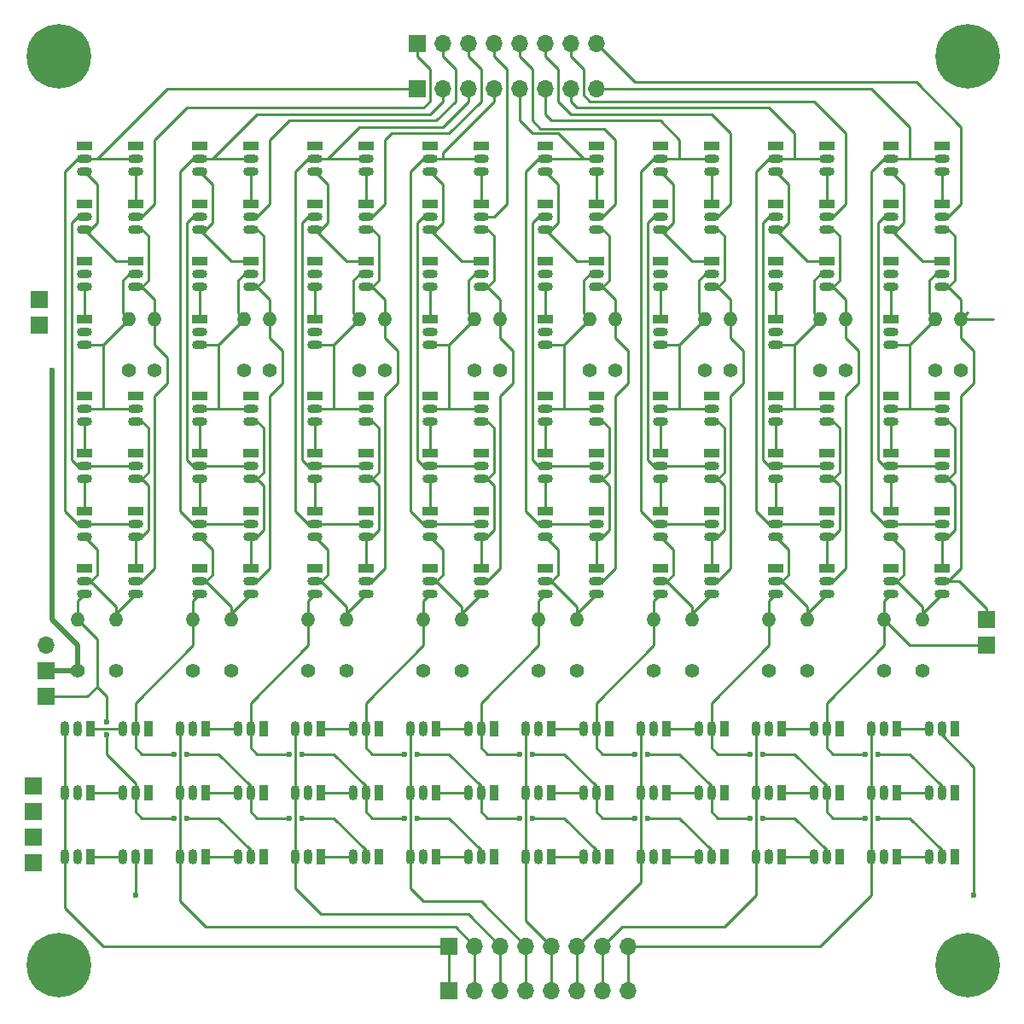
<source format=gbr>
G04 #@! TF.FileFunction,Copper,L1,Top,Signal*
%FSLAX46Y46*%
G04 Gerber Fmt 4.6, Leading zero omitted, Abs format (unit mm)*
G04 Created by KiCad (PCBNEW 4.0.7-e2-6376~61~ubuntu18.04.1) date Sun Jul 14 08:04:14 2019*
%MOMM*%
%LPD*%
G01*
G04 APERTURE LIST*
%ADD10C,0.100000*%
%ADD11R,1.700000X1.700000*%
%ADD12O,1.700000X1.700000*%
%ADD13O,1.500000X0.900000*%
%ADD14R,1.500000X0.900000*%
%ADD15C,1.400000*%
%ADD16O,1.400000X1.400000*%
%ADD17O,0.900000X1.500000*%
%ADD18R,0.900000X1.500000*%
%ADD19C,6.400000*%
%ADD20C,0.600000*%
%ADD21C,0.500000*%
%ADD22C,0.250000*%
G04 APERTURE END LIST*
D10*
D11*
X45085000Y-81280000D03*
D12*
X45085000Y-78740000D03*
D11*
X81915000Y-19050000D03*
D12*
X84455000Y-19050000D03*
X86995000Y-19050000D03*
X89535000Y-19050000D03*
X92075000Y-19050000D03*
X94615000Y-19050000D03*
X97155000Y-19050000D03*
X99695000Y-19050000D03*
D11*
X81915000Y-23495000D03*
D12*
X84455000Y-23495000D03*
X86995000Y-23495000D03*
X89535000Y-23495000D03*
X92075000Y-23495000D03*
X94615000Y-23495000D03*
X97155000Y-23495000D03*
X99695000Y-23495000D03*
D11*
X44450000Y-46990000D03*
X138430000Y-76200000D03*
X44450000Y-44450000D03*
D13*
X48895000Y-47625000D03*
X48895000Y-48895000D03*
D14*
X48895000Y-46355000D03*
D13*
X53975000Y-36195000D03*
X53975000Y-37465000D03*
D14*
X53975000Y-34925000D03*
D13*
X53975000Y-41910000D03*
X53975000Y-43180000D03*
D14*
X53975000Y-40640000D03*
D13*
X48895000Y-66675000D03*
X48895000Y-67945000D03*
D14*
X48895000Y-65405000D03*
D13*
X53975000Y-72390000D03*
X53975000Y-73660000D03*
D14*
X53975000Y-71120000D03*
D13*
X48895000Y-72390000D03*
X48895000Y-73660000D03*
D14*
X48895000Y-71120000D03*
D13*
X48895000Y-41910000D03*
X48895000Y-43180000D03*
D14*
X48895000Y-40640000D03*
D13*
X53975000Y-30480000D03*
X53975000Y-31750000D03*
D14*
X53975000Y-29210000D03*
D13*
X48895000Y-36195000D03*
X48895000Y-37465000D03*
D14*
X48895000Y-34925000D03*
D13*
X48895000Y-30480000D03*
X48895000Y-31750000D03*
D14*
X48895000Y-29210000D03*
D13*
X48895000Y-60960000D03*
X48895000Y-62230000D03*
D14*
X48895000Y-59690000D03*
D13*
X53975000Y-66675000D03*
X53975000Y-67945000D03*
D14*
X53975000Y-65405000D03*
D13*
X53975000Y-60960000D03*
X53975000Y-62230000D03*
D14*
X53975000Y-59690000D03*
D13*
X53975000Y-55245000D03*
X53975000Y-56515000D03*
D14*
X53975000Y-53975000D03*
D13*
X48895000Y-55245000D03*
X48895000Y-56515000D03*
D14*
X48895000Y-53975000D03*
D13*
X60325000Y-47625000D03*
X60325000Y-48895000D03*
D14*
X60325000Y-46355000D03*
D13*
X65405000Y-36195000D03*
X65405000Y-37465000D03*
D14*
X65405000Y-34925000D03*
D13*
X65405000Y-41910000D03*
X65405000Y-43180000D03*
D14*
X65405000Y-40640000D03*
D13*
X60325000Y-66675000D03*
X60325000Y-67945000D03*
D14*
X60325000Y-65405000D03*
D13*
X65405000Y-72390000D03*
X65405000Y-73660000D03*
D14*
X65405000Y-71120000D03*
D13*
X60325000Y-72390000D03*
X60325000Y-73660000D03*
D14*
X60325000Y-71120000D03*
D13*
X60325000Y-41910000D03*
X60325000Y-43180000D03*
D14*
X60325000Y-40640000D03*
D13*
X65405000Y-30480000D03*
X65405000Y-31750000D03*
D14*
X65405000Y-29210000D03*
D13*
X60325000Y-36195000D03*
X60325000Y-37465000D03*
D14*
X60325000Y-34925000D03*
D13*
X60325000Y-30480000D03*
X60325000Y-31750000D03*
D14*
X60325000Y-29210000D03*
D13*
X60325000Y-60960000D03*
X60325000Y-62230000D03*
D14*
X60325000Y-59690000D03*
D13*
X65405000Y-66675000D03*
X65405000Y-67945000D03*
D14*
X65405000Y-65405000D03*
D13*
X65405000Y-60960000D03*
X65405000Y-62230000D03*
D14*
X65405000Y-59690000D03*
D13*
X65405000Y-55245000D03*
X65405000Y-56515000D03*
D14*
X65405000Y-53975000D03*
D13*
X60325000Y-55245000D03*
X60325000Y-56515000D03*
D14*
X60325000Y-53975000D03*
D13*
X71755000Y-47625000D03*
X71755000Y-48895000D03*
D14*
X71755000Y-46355000D03*
D13*
X76835000Y-36195000D03*
X76835000Y-37465000D03*
D14*
X76835000Y-34925000D03*
D13*
X76835000Y-41910000D03*
X76835000Y-43180000D03*
D14*
X76835000Y-40640000D03*
D13*
X71755000Y-66675000D03*
X71755000Y-67945000D03*
D14*
X71755000Y-65405000D03*
D13*
X76835000Y-72390000D03*
X76835000Y-73660000D03*
D14*
X76835000Y-71120000D03*
D13*
X71755000Y-72390000D03*
X71755000Y-73660000D03*
D14*
X71755000Y-71120000D03*
D13*
X71755000Y-41910000D03*
X71755000Y-43180000D03*
D14*
X71755000Y-40640000D03*
D13*
X76835000Y-30480000D03*
X76835000Y-31750000D03*
D14*
X76835000Y-29210000D03*
D13*
X71755000Y-36195000D03*
X71755000Y-37465000D03*
D14*
X71755000Y-34925000D03*
D13*
X71755000Y-30480000D03*
X71755000Y-31750000D03*
D14*
X71755000Y-29210000D03*
D13*
X71755000Y-60960000D03*
X71755000Y-62230000D03*
D14*
X71755000Y-59690000D03*
D13*
X76835000Y-66675000D03*
X76835000Y-67945000D03*
D14*
X76835000Y-65405000D03*
D13*
X76835000Y-60960000D03*
X76835000Y-62230000D03*
D14*
X76835000Y-59690000D03*
D13*
X76835000Y-55245000D03*
X76835000Y-56515000D03*
D14*
X76835000Y-53975000D03*
D13*
X71755000Y-55245000D03*
X71755000Y-56515000D03*
D14*
X71755000Y-53975000D03*
D13*
X83185000Y-47625000D03*
X83185000Y-48895000D03*
D14*
X83185000Y-46355000D03*
D13*
X88265000Y-36195000D03*
X88265000Y-37465000D03*
D14*
X88265000Y-34925000D03*
D13*
X88265000Y-41910000D03*
X88265000Y-43180000D03*
D14*
X88265000Y-40640000D03*
D13*
X83185000Y-66675000D03*
X83185000Y-67945000D03*
D14*
X83185000Y-65405000D03*
D13*
X88265000Y-72390000D03*
X88265000Y-73660000D03*
D14*
X88265000Y-71120000D03*
D13*
X83185000Y-72390000D03*
X83185000Y-73660000D03*
D14*
X83185000Y-71120000D03*
D13*
X83185000Y-41910000D03*
X83185000Y-43180000D03*
D14*
X83185000Y-40640000D03*
D13*
X88265000Y-30480000D03*
X88265000Y-31750000D03*
D14*
X88265000Y-29210000D03*
D13*
X83185000Y-36195000D03*
X83185000Y-37465000D03*
D14*
X83185000Y-34925000D03*
D13*
X83185000Y-30480000D03*
X83185000Y-31750000D03*
D14*
X83185000Y-29210000D03*
D13*
X83185000Y-60960000D03*
X83185000Y-62230000D03*
D14*
X83185000Y-59690000D03*
D13*
X88265000Y-66675000D03*
X88265000Y-67945000D03*
D14*
X88265000Y-65405000D03*
D13*
X88265000Y-60960000D03*
X88265000Y-62230000D03*
D14*
X88265000Y-59690000D03*
D13*
X88265000Y-55245000D03*
X88265000Y-56515000D03*
D14*
X88265000Y-53975000D03*
D13*
X83185000Y-55245000D03*
X83185000Y-56515000D03*
D14*
X83185000Y-53975000D03*
D13*
X94615000Y-47625000D03*
X94615000Y-48895000D03*
D14*
X94615000Y-46355000D03*
D13*
X99695000Y-36195000D03*
X99695000Y-37465000D03*
D14*
X99695000Y-34925000D03*
D13*
X99695000Y-41910000D03*
X99695000Y-43180000D03*
D14*
X99695000Y-40640000D03*
D13*
X94615000Y-66675000D03*
X94615000Y-67945000D03*
D14*
X94615000Y-65405000D03*
D13*
X99695000Y-72390000D03*
X99695000Y-73660000D03*
D14*
X99695000Y-71120000D03*
D13*
X94615000Y-72390000D03*
X94615000Y-73660000D03*
D14*
X94615000Y-71120000D03*
D13*
X94615000Y-41910000D03*
X94615000Y-43180000D03*
D14*
X94615000Y-40640000D03*
D13*
X99695000Y-30480000D03*
X99695000Y-31750000D03*
D14*
X99695000Y-29210000D03*
D13*
X94615000Y-36195000D03*
X94615000Y-37465000D03*
D14*
X94615000Y-34925000D03*
D13*
X94615000Y-30480000D03*
X94615000Y-31750000D03*
D14*
X94615000Y-29210000D03*
D13*
X94615000Y-60960000D03*
X94615000Y-62230000D03*
D14*
X94615000Y-59690000D03*
D13*
X99695000Y-66675000D03*
X99695000Y-67945000D03*
D14*
X99695000Y-65405000D03*
D13*
X99695000Y-60960000D03*
X99695000Y-62230000D03*
D14*
X99695000Y-59690000D03*
D13*
X99695000Y-55245000D03*
X99695000Y-56515000D03*
D14*
X99695000Y-53975000D03*
D13*
X94615000Y-55245000D03*
X94615000Y-56515000D03*
D14*
X94615000Y-53975000D03*
D13*
X106045000Y-47625000D03*
X106045000Y-48895000D03*
D14*
X106045000Y-46355000D03*
D13*
X111125000Y-36195000D03*
X111125000Y-37465000D03*
D14*
X111125000Y-34925000D03*
D13*
X111125000Y-41910000D03*
X111125000Y-43180000D03*
D14*
X111125000Y-40640000D03*
D13*
X106045000Y-66675000D03*
X106045000Y-67945000D03*
D14*
X106045000Y-65405000D03*
D13*
X111125000Y-72390000D03*
X111125000Y-73660000D03*
D14*
X111125000Y-71120000D03*
D13*
X106045000Y-72390000D03*
X106045000Y-73660000D03*
D14*
X106045000Y-71120000D03*
D13*
X106045000Y-41910000D03*
X106045000Y-43180000D03*
D14*
X106045000Y-40640000D03*
D13*
X111125000Y-30480000D03*
X111125000Y-31750000D03*
D14*
X111125000Y-29210000D03*
D13*
X106045000Y-36195000D03*
X106045000Y-37465000D03*
D14*
X106045000Y-34925000D03*
D13*
X106045000Y-30480000D03*
X106045000Y-31750000D03*
D14*
X106045000Y-29210000D03*
D13*
X106045000Y-60960000D03*
X106045000Y-62230000D03*
D14*
X106045000Y-59690000D03*
D13*
X111125000Y-66675000D03*
X111125000Y-67945000D03*
D14*
X111125000Y-65405000D03*
D13*
X111125000Y-60960000D03*
X111125000Y-62230000D03*
D14*
X111125000Y-59690000D03*
D13*
X111125000Y-55245000D03*
X111125000Y-56515000D03*
D14*
X111125000Y-53975000D03*
D13*
X106045000Y-55245000D03*
X106045000Y-56515000D03*
D14*
X106045000Y-53975000D03*
D13*
X117475000Y-47625000D03*
X117475000Y-48895000D03*
D14*
X117475000Y-46355000D03*
D13*
X122555000Y-36195000D03*
X122555000Y-37465000D03*
D14*
X122555000Y-34925000D03*
D13*
X122555000Y-41910000D03*
X122555000Y-43180000D03*
D14*
X122555000Y-40640000D03*
D13*
X117475000Y-66675000D03*
X117475000Y-67945000D03*
D14*
X117475000Y-65405000D03*
D13*
X122555000Y-72390000D03*
X122555000Y-73660000D03*
D14*
X122555000Y-71120000D03*
D13*
X117475000Y-72390000D03*
X117475000Y-73660000D03*
D14*
X117475000Y-71120000D03*
D13*
X117475000Y-41910000D03*
X117475000Y-43180000D03*
D14*
X117475000Y-40640000D03*
D13*
X122555000Y-30480000D03*
X122555000Y-31750000D03*
D14*
X122555000Y-29210000D03*
D13*
X117475000Y-36195000D03*
X117475000Y-37465000D03*
D14*
X117475000Y-34925000D03*
D13*
X117475000Y-30480000D03*
X117475000Y-31750000D03*
D14*
X117475000Y-29210000D03*
D13*
X117475000Y-60960000D03*
X117475000Y-62230000D03*
D14*
X117475000Y-59690000D03*
D13*
X122555000Y-66675000D03*
X122555000Y-67945000D03*
D14*
X122555000Y-65405000D03*
D13*
X122555000Y-60960000D03*
X122555000Y-62230000D03*
D14*
X122555000Y-59690000D03*
D13*
X122555000Y-55245000D03*
X122555000Y-56515000D03*
D14*
X122555000Y-53975000D03*
D13*
X117475000Y-55245000D03*
X117475000Y-56515000D03*
D14*
X117475000Y-53975000D03*
D13*
X128905000Y-47625000D03*
X128905000Y-48895000D03*
D14*
X128905000Y-46355000D03*
D13*
X133985000Y-36195000D03*
X133985000Y-37465000D03*
D14*
X133985000Y-34925000D03*
D13*
X133985000Y-41910000D03*
X133985000Y-43180000D03*
D14*
X133985000Y-40640000D03*
D13*
X128905000Y-66675000D03*
X128905000Y-67945000D03*
D14*
X128905000Y-65405000D03*
D13*
X133985000Y-72390000D03*
X133985000Y-73660000D03*
D14*
X133985000Y-71120000D03*
D13*
X128905000Y-72390000D03*
X128905000Y-73660000D03*
D14*
X128905000Y-71120000D03*
D13*
X128905000Y-41910000D03*
X128905000Y-43180000D03*
D14*
X128905000Y-40640000D03*
D13*
X133985000Y-30480000D03*
X133985000Y-31750000D03*
D14*
X133985000Y-29210000D03*
D13*
X128905000Y-36195000D03*
X128905000Y-37465000D03*
D14*
X128905000Y-34925000D03*
D13*
X128905000Y-30480000D03*
X128905000Y-31750000D03*
D14*
X128905000Y-29210000D03*
D13*
X128905000Y-60960000D03*
X128905000Y-62230000D03*
D14*
X128905000Y-59690000D03*
D13*
X133985000Y-66675000D03*
X133985000Y-67945000D03*
D14*
X133985000Y-65405000D03*
D13*
X133985000Y-60960000D03*
X133985000Y-62230000D03*
D14*
X133985000Y-59690000D03*
D13*
X133985000Y-55245000D03*
X133985000Y-56515000D03*
D14*
X133985000Y-53975000D03*
D13*
X128905000Y-55245000D03*
X128905000Y-56515000D03*
D14*
X128905000Y-53975000D03*
D15*
X53340000Y-51435000D03*
D16*
X53340000Y-46355000D03*
D15*
X55880000Y-51435000D03*
D16*
X55880000Y-46355000D03*
D15*
X52070000Y-81280000D03*
D16*
X52070000Y-76200000D03*
D15*
X48260000Y-81280000D03*
D16*
X48260000Y-76200000D03*
D15*
X64770000Y-51435000D03*
D16*
X64770000Y-46355000D03*
D15*
X67310000Y-51435000D03*
D16*
X67310000Y-46355000D03*
D15*
X63500000Y-81280000D03*
D16*
X63500000Y-76200000D03*
D15*
X59690000Y-81280000D03*
D16*
X59690000Y-76200000D03*
D15*
X76200000Y-51435000D03*
D16*
X76200000Y-46355000D03*
D15*
X78740000Y-51435000D03*
D16*
X78740000Y-46355000D03*
D15*
X74930000Y-81280000D03*
D16*
X74930000Y-76200000D03*
D15*
X71120000Y-81280000D03*
D16*
X71120000Y-76200000D03*
D15*
X87630000Y-51435000D03*
D16*
X87630000Y-46355000D03*
D15*
X90170000Y-51435000D03*
D16*
X90170000Y-46355000D03*
D15*
X86360000Y-81280000D03*
D16*
X86360000Y-76200000D03*
D15*
X82550000Y-81280000D03*
D16*
X82550000Y-76200000D03*
D15*
X99060000Y-51435000D03*
D16*
X99060000Y-46355000D03*
D15*
X101600000Y-51435000D03*
D16*
X101600000Y-46355000D03*
D15*
X97790000Y-81280000D03*
D16*
X97790000Y-76200000D03*
D15*
X93980000Y-81280000D03*
D16*
X93980000Y-76200000D03*
D15*
X110490000Y-51435000D03*
D16*
X110490000Y-46355000D03*
D15*
X113030000Y-51435000D03*
D16*
X113030000Y-46355000D03*
D15*
X109220000Y-81280000D03*
D16*
X109220000Y-76200000D03*
D15*
X105410000Y-81280000D03*
D16*
X105410000Y-76200000D03*
D15*
X121920000Y-51435000D03*
D16*
X121920000Y-46355000D03*
D15*
X124460000Y-51435000D03*
D16*
X124460000Y-46355000D03*
D15*
X120650000Y-81280000D03*
D16*
X120650000Y-76200000D03*
D15*
X116840000Y-81280000D03*
D16*
X116840000Y-76200000D03*
D15*
X133350000Y-51435000D03*
D16*
X133350000Y-46355000D03*
D15*
X135890000Y-51435000D03*
D16*
X135890000Y-46355000D03*
D15*
X132080000Y-81280000D03*
D16*
X132080000Y-76200000D03*
D15*
X128270000Y-81280000D03*
D16*
X128270000Y-76200000D03*
D11*
X45085000Y-83820000D03*
X138430000Y-78740000D03*
X43815000Y-100330000D03*
X43815000Y-97790000D03*
X43815000Y-92710000D03*
X43815000Y-95250000D03*
X85090000Y-108585000D03*
D12*
X87630000Y-108585000D03*
X90170000Y-108585000D03*
X92710000Y-108585000D03*
X95250000Y-108585000D03*
X97790000Y-108585000D03*
X100330000Y-108585000D03*
X102870000Y-108585000D03*
D17*
X48260000Y-99695000D03*
X46990000Y-99695000D03*
D18*
X49530000Y-99695000D03*
D17*
X48260000Y-93345000D03*
X46990000Y-93345000D03*
D18*
X49530000Y-93345000D03*
D17*
X48260000Y-86995000D03*
X46990000Y-86995000D03*
D18*
X49530000Y-86995000D03*
D17*
X53975000Y-99695000D03*
X52705000Y-99695000D03*
D18*
X55245000Y-99695000D03*
D17*
X53975000Y-93345000D03*
X52705000Y-93345000D03*
D18*
X55245000Y-93345000D03*
D17*
X53975000Y-86995000D03*
X52705000Y-86995000D03*
D18*
X55245000Y-86995000D03*
D17*
X59690000Y-99695000D03*
X58420000Y-99695000D03*
D18*
X60960000Y-99695000D03*
D17*
X59690000Y-93345000D03*
X58420000Y-93345000D03*
D18*
X60960000Y-93345000D03*
D17*
X59690000Y-86995000D03*
X58420000Y-86995000D03*
D18*
X60960000Y-86995000D03*
D17*
X65405000Y-99695000D03*
X64135000Y-99695000D03*
D18*
X66675000Y-99695000D03*
D17*
X65405000Y-93345000D03*
X64135000Y-93345000D03*
D18*
X66675000Y-93345000D03*
D17*
X65405000Y-86995000D03*
X64135000Y-86995000D03*
D18*
X66675000Y-86995000D03*
D17*
X71120000Y-99695000D03*
X69850000Y-99695000D03*
D18*
X72390000Y-99695000D03*
D17*
X71120000Y-93345000D03*
X69850000Y-93345000D03*
D18*
X72390000Y-93345000D03*
D17*
X71120000Y-86995000D03*
X69850000Y-86995000D03*
D18*
X72390000Y-86995000D03*
D17*
X76835000Y-99695000D03*
X75565000Y-99695000D03*
D18*
X78105000Y-99695000D03*
D17*
X76835000Y-93345000D03*
X75565000Y-93345000D03*
D18*
X78105000Y-93345000D03*
D17*
X76835000Y-86995000D03*
X75565000Y-86995000D03*
D18*
X78105000Y-86995000D03*
D17*
X82550000Y-99695000D03*
X81280000Y-99695000D03*
D18*
X83820000Y-99695000D03*
D17*
X82550000Y-93345000D03*
X81280000Y-93345000D03*
D18*
X83820000Y-93345000D03*
D17*
X82550000Y-86995000D03*
X81280000Y-86995000D03*
D18*
X83820000Y-86995000D03*
D17*
X88265000Y-99695000D03*
X86995000Y-99695000D03*
D18*
X89535000Y-99695000D03*
D17*
X88265000Y-93345000D03*
X86995000Y-93345000D03*
D18*
X89535000Y-93345000D03*
D17*
X88265000Y-86995000D03*
X86995000Y-86995000D03*
D18*
X89535000Y-86995000D03*
D17*
X93980000Y-99695000D03*
X92710000Y-99695000D03*
D18*
X95250000Y-99695000D03*
D17*
X93980000Y-93345000D03*
X92710000Y-93345000D03*
D18*
X95250000Y-93345000D03*
D17*
X93980000Y-86995000D03*
X92710000Y-86995000D03*
D18*
X95250000Y-86995000D03*
D17*
X99695000Y-99695000D03*
X98425000Y-99695000D03*
D18*
X100965000Y-99695000D03*
D17*
X99695000Y-93345000D03*
X98425000Y-93345000D03*
D18*
X100965000Y-93345000D03*
D17*
X99695000Y-86995000D03*
X98425000Y-86995000D03*
D18*
X100965000Y-86995000D03*
D17*
X105410000Y-99695000D03*
X104140000Y-99695000D03*
D18*
X106680000Y-99695000D03*
D17*
X105410000Y-93345000D03*
X104140000Y-93345000D03*
D18*
X106680000Y-93345000D03*
D17*
X105410000Y-86995000D03*
X104140000Y-86995000D03*
D18*
X106680000Y-86995000D03*
D17*
X111125000Y-99695000D03*
X109855000Y-99695000D03*
D18*
X112395000Y-99695000D03*
D17*
X111125000Y-93345000D03*
X109855000Y-93345000D03*
D18*
X112395000Y-93345000D03*
D17*
X111125000Y-86995000D03*
X109855000Y-86995000D03*
D18*
X112395000Y-86995000D03*
D17*
X116840000Y-99695000D03*
X115570000Y-99695000D03*
D18*
X118110000Y-99695000D03*
D17*
X116840000Y-93345000D03*
X115570000Y-93345000D03*
D18*
X118110000Y-93345000D03*
D17*
X116840000Y-86995000D03*
X115570000Y-86995000D03*
D18*
X118110000Y-86995000D03*
D17*
X122555000Y-99695000D03*
X121285000Y-99695000D03*
D18*
X123825000Y-99695000D03*
D17*
X122555000Y-93345000D03*
X121285000Y-93345000D03*
D18*
X123825000Y-93345000D03*
D17*
X122555000Y-86995000D03*
X121285000Y-86995000D03*
D18*
X123825000Y-86995000D03*
D17*
X128270000Y-99695000D03*
X127000000Y-99695000D03*
D18*
X129540000Y-99695000D03*
D17*
X128270000Y-93345000D03*
X127000000Y-93345000D03*
D18*
X129540000Y-93345000D03*
D17*
X128270000Y-86995000D03*
X127000000Y-86995000D03*
D18*
X129540000Y-86995000D03*
D17*
X133985000Y-99695000D03*
X132715000Y-99695000D03*
D18*
X135255000Y-99695000D03*
D17*
X133985000Y-93345000D03*
X132715000Y-93345000D03*
D18*
X135255000Y-93345000D03*
D17*
X133985000Y-86995000D03*
X132715000Y-86995000D03*
D18*
X135255000Y-86995000D03*
D19*
X46355000Y-20320000D03*
X136525000Y-20320000D03*
X46355000Y-110490000D03*
X136525000Y-110490000D03*
D11*
X85090000Y-113030000D03*
D12*
X87630000Y-113030000D03*
X90170000Y-113030000D03*
X92710000Y-113030000D03*
X95250000Y-113030000D03*
X97790000Y-113030000D03*
X100330000Y-113030000D03*
X102870000Y-113030000D03*
D20*
X45720000Y-51435000D03*
X51117500Y-87630000D03*
X51117500Y-86360000D03*
X57785000Y-95885000D03*
X59055000Y-95885000D03*
X127635000Y-89535000D03*
X126365000Y-89535000D03*
X53975000Y-103505000D03*
X137160000Y-103505000D03*
X70485000Y-95885000D03*
X69215000Y-95885000D03*
X59055000Y-89535000D03*
X57785000Y-89535000D03*
X81915000Y-95885000D03*
X80645000Y-95885000D03*
X70485000Y-89535000D03*
X69215000Y-89535000D03*
X93345000Y-95885000D03*
X92075000Y-95885000D03*
X81915000Y-89535000D03*
X80645000Y-89535000D03*
X104775000Y-95885000D03*
X103505000Y-95885000D03*
X93345000Y-89535000D03*
X92075000Y-89535000D03*
X116205000Y-95885000D03*
X114935000Y-95885000D03*
X104775000Y-89535000D03*
X103505000Y-89535000D03*
X127635000Y-95885000D03*
X126365000Y-95885000D03*
X116205000Y-89535000D03*
X114935000Y-89535000D03*
D21*
X48260000Y-78740000D02*
X45720000Y-76200000D01*
X45720000Y-76200000D02*
X45720000Y-66040000D01*
X48260000Y-81280000D02*
X48260000Y-78740000D01*
X45720000Y-81280000D02*
X48260000Y-81280000D01*
X45720000Y-51435000D02*
X45720000Y-66040000D01*
D22*
X81915000Y-19050000D02*
X81915000Y-20320000D01*
X55880000Y-34925000D02*
X54610000Y-36195000D01*
X55880000Y-28575000D02*
X55880000Y-34925000D01*
X59055000Y-25400000D02*
X55880000Y-28575000D01*
X82550000Y-25400000D02*
X59055000Y-25400000D01*
X83185000Y-24765000D02*
X82550000Y-25400000D01*
X83185000Y-21590000D02*
X83185000Y-24765000D01*
X81915000Y-20320000D02*
X83185000Y-21590000D01*
X54610000Y-36195000D02*
X53975000Y-36195000D01*
X54610000Y-36195000D02*
X53975000Y-36195000D01*
X48895000Y-36195000D02*
X48260000Y-36195000D01*
X48260000Y-36195000D02*
X47625000Y-36830000D01*
X47625000Y-60325000D02*
X48260000Y-60960000D01*
X47625000Y-36830000D02*
X47625000Y-60325000D01*
X48260000Y-60960000D02*
X48895000Y-60960000D01*
X48895000Y-60960000D02*
X53975000Y-60960000D01*
X84455000Y-19050000D02*
X84455000Y-20320000D01*
X67310000Y-34925000D02*
X66040000Y-36195000D01*
X67310000Y-28575000D02*
X67310000Y-34925000D01*
X69215000Y-26670000D02*
X67310000Y-28575000D01*
X83820000Y-26670000D02*
X69215000Y-26670000D01*
X85725000Y-24765000D02*
X83820000Y-26670000D01*
X85725000Y-21590000D02*
X85725000Y-24765000D01*
X84455000Y-20320000D02*
X85725000Y-21590000D01*
X66040000Y-36195000D02*
X65405000Y-36195000D01*
X66040000Y-36195000D02*
X65405000Y-36195000D01*
X60325000Y-60960000D02*
X65405000Y-60960000D01*
X60325000Y-36195000D02*
X59690000Y-36195000D01*
X59690000Y-36195000D02*
X59055000Y-36830000D01*
X59055000Y-60325000D02*
X59690000Y-60960000D01*
X59055000Y-36830000D02*
X59055000Y-60325000D01*
X59690000Y-60960000D02*
X60325000Y-60960000D01*
X86995000Y-19050000D02*
X86995000Y-20320000D01*
X78740000Y-34925000D02*
X77470000Y-36195000D01*
X78740000Y-28575000D02*
X78740000Y-34925000D01*
X79375000Y-27940000D02*
X78740000Y-28575000D01*
X85090000Y-27940000D02*
X79375000Y-27940000D01*
X88265000Y-24765000D02*
X85090000Y-27940000D01*
X88265000Y-21590000D02*
X88265000Y-24765000D01*
X86995000Y-20320000D02*
X88265000Y-21590000D01*
X77470000Y-36195000D02*
X76835000Y-36195000D01*
X77470000Y-36195000D02*
X76835000Y-36195000D01*
X71755000Y-60960000D02*
X76835000Y-60960000D01*
X71755000Y-36195000D02*
X71120000Y-36195000D01*
X71120000Y-36195000D02*
X70485000Y-36830000D01*
X70485000Y-60325000D02*
X71120000Y-60960000D01*
X70485000Y-36830000D02*
X70485000Y-60325000D01*
X71120000Y-60960000D02*
X71755000Y-60960000D01*
X89535000Y-19050000D02*
X89535000Y-20320000D01*
X89535000Y-36195000D02*
X88265000Y-36195000D01*
X90805000Y-34925000D02*
X89535000Y-36195000D01*
X90805000Y-21590000D02*
X90805000Y-34925000D01*
X89535000Y-20320000D02*
X90805000Y-21590000D01*
X83185000Y-36195000D02*
X82550000Y-36195000D01*
X82550000Y-36195000D02*
X81915000Y-36830000D01*
X81915000Y-60325000D02*
X82550000Y-60960000D01*
X81915000Y-36830000D02*
X81915000Y-60325000D01*
X82550000Y-60960000D02*
X83185000Y-60960000D01*
X83185000Y-60960000D02*
X88265000Y-60960000D01*
X92075000Y-19050000D02*
X92075000Y-20320000D01*
X101600000Y-34925000D02*
X100330000Y-36195000D01*
X101600000Y-28575000D02*
X101600000Y-34925000D01*
X100514998Y-27489998D02*
X101600000Y-28575000D01*
X94164998Y-27489998D02*
X100514998Y-27489998D01*
X93345000Y-26670000D02*
X94164998Y-27489998D01*
X93345000Y-21590000D02*
X93345000Y-26670000D01*
X92075000Y-20320000D02*
X93345000Y-21590000D01*
X100330000Y-36195000D02*
X99695000Y-36195000D01*
X94615000Y-36195000D02*
X93980000Y-36195000D01*
X93980000Y-36195000D02*
X93345000Y-36830000D01*
X93345000Y-60325000D02*
X93980000Y-60960000D01*
X93345000Y-36830000D02*
X93345000Y-60325000D01*
X93980000Y-60960000D02*
X94615000Y-60960000D01*
X94615000Y-60960000D02*
X99695000Y-60960000D01*
X94615000Y-19050000D02*
X94615000Y-20320000D01*
X113030000Y-34925000D02*
X111760000Y-36195000D01*
X113030000Y-27940000D02*
X113030000Y-34925000D01*
X111125000Y-26035000D02*
X113030000Y-27940000D01*
X97155000Y-26035000D02*
X111125000Y-26035000D01*
X95885000Y-24765000D02*
X97155000Y-26035000D01*
X95885000Y-21590000D02*
X95885000Y-24765000D01*
X94615000Y-20320000D02*
X95885000Y-21590000D01*
X111760000Y-36195000D02*
X111125000Y-36195000D01*
X106045000Y-60960000D02*
X111125000Y-60960000D01*
X106045000Y-36195000D02*
X105410000Y-36195000D01*
X105410000Y-36195000D02*
X104775000Y-36830000D01*
X104775000Y-60325000D02*
X105410000Y-60960000D01*
X104775000Y-36830000D02*
X104775000Y-60325000D01*
X105410000Y-60960000D02*
X106045000Y-60960000D01*
X97155000Y-19050000D02*
X97155000Y-20320000D01*
X124460000Y-34925000D02*
X123190000Y-36195000D01*
X124460000Y-27940000D02*
X124460000Y-34925000D01*
X121285000Y-24765000D02*
X124460000Y-27940000D01*
X99060000Y-24765000D02*
X121285000Y-24765000D01*
X98425000Y-24130000D02*
X99060000Y-24765000D01*
X98425000Y-21590000D02*
X98425000Y-24130000D01*
X97155000Y-20320000D02*
X98425000Y-21590000D01*
X123190000Y-36195000D02*
X122555000Y-36195000D01*
X117475000Y-36195000D02*
X116840000Y-36195000D01*
X116840000Y-36195000D02*
X116205000Y-36830000D01*
X116205000Y-36830000D02*
X116205000Y-60325000D01*
X116205000Y-60325000D02*
X116840000Y-60960000D01*
X116840000Y-60960000D02*
X117475000Y-60960000D01*
X117475000Y-60960000D02*
X122555000Y-60960000D01*
X99695000Y-19050000D02*
X103505000Y-22860000D01*
X135890000Y-34925000D02*
X134620000Y-36195000D01*
X135890000Y-27305000D02*
X135890000Y-34925000D01*
X131445000Y-22860000D02*
X135890000Y-27305000D01*
X129540000Y-22860000D02*
X131445000Y-22860000D01*
X103505000Y-22860000D02*
X129540000Y-22860000D01*
X134620000Y-36195000D02*
X133985000Y-36195000D01*
X128905000Y-36195000D02*
X128270000Y-36195000D01*
X128270000Y-36195000D02*
X127635000Y-36830000D01*
X127635000Y-60325000D02*
X128270000Y-60960000D01*
X127635000Y-36830000D02*
X127635000Y-60325000D01*
X128270000Y-60960000D02*
X128905000Y-60960000D01*
X128905000Y-60960000D02*
X133985000Y-60960000D01*
X81915000Y-23495000D02*
X57150000Y-23495000D01*
X57150000Y-23495000D02*
X50165000Y-30480000D01*
X48895000Y-30480000D02*
X48260000Y-30480000D01*
X48260000Y-30480000D02*
X46990000Y-31750000D01*
X46990000Y-65405000D02*
X48260000Y-66675000D01*
X46990000Y-31750000D02*
X46990000Y-65405000D01*
X48260000Y-66675000D02*
X48895000Y-66675000D01*
X48895000Y-66675000D02*
X53975000Y-66675000D01*
X48895000Y-30480000D02*
X50165000Y-30480000D01*
X50165000Y-30480000D02*
X53975000Y-30480000D01*
X84455000Y-23495000D02*
X84455000Y-24765000D01*
X66040000Y-26035000D02*
X61595000Y-30480000D01*
X83185000Y-26035000D02*
X66040000Y-26035000D01*
X84455000Y-24765000D02*
X83185000Y-26035000D01*
X60325000Y-66675000D02*
X65405000Y-66675000D01*
X60325000Y-66675000D02*
X59690000Y-66675000D01*
X59690000Y-66675000D02*
X58420000Y-65405000D01*
X58420000Y-65405000D02*
X58420000Y-31750000D01*
X58420000Y-31750000D02*
X59690000Y-30480000D01*
X59690000Y-30480000D02*
X60325000Y-30480000D01*
X60325000Y-30480000D02*
X61595000Y-30480000D01*
X61595000Y-30480000D02*
X65405000Y-30480000D01*
X86995000Y-23495000D02*
X86995000Y-24765000D01*
X76200000Y-27305000D02*
X73025000Y-30480000D01*
X84455000Y-27305000D02*
X76200000Y-27305000D01*
X86995000Y-24765000D02*
X84455000Y-27305000D01*
X71755000Y-30480000D02*
X71120000Y-30480000D01*
X71120000Y-30480000D02*
X69850000Y-31750000D01*
X69850000Y-65405000D02*
X71120000Y-66675000D01*
X69850000Y-31750000D02*
X69850000Y-65405000D01*
X71120000Y-66675000D02*
X71755000Y-66675000D01*
X71755000Y-66675000D02*
X76835000Y-66675000D01*
X71755000Y-30480000D02*
X73025000Y-30480000D01*
X73025000Y-30480000D02*
X76835000Y-30480000D01*
X89535000Y-23495000D02*
X89535000Y-24765000D01*
X84455000Y-29845000D02*
X84455000Y-30480000D01*
X89535000Y-24765000D02*
X84455000Y-29845000D01*
X83185000Y-66675000D02*
X82550000Y-66675000D01*
X82550000Y-66675000D02*
X81280000Y-65405000D01*
X81280000Y-31750000D02*
X82550000Y-30480000D01*
X81280000Y-65405000D02*
X81280000Y-31750000D01*
X82550000Y-30480000D02*
X83185000Y-30480000D01*
X83185000Y-66675000D02*
X88265000Y-66675000D01*
X83185000Y-30480000D02*
X84455000Y-30480000D01*
X84455000Y-30480000D02*
X88265000Y-30480000D01*
X92075000Y-23495000D02*
X92075000Y-26670000D01*
X95885000Y-27940000D02*
X98425000Y-30480000D01*
X93345000Y-27940000D02*
X95885000Y-27940000D01*
X92075000Y-26670000D02*
X93345000Y-27940000D01*
X94615000Y-66675000D02*
X93980000Y-66675000D01*
X93980000Y-66675000D02*
X92710000Y-65405000D01*
X92710000Y-31750000D02*
X93980000Y-30480000D01*
X92710000Y-65405000D02*
X92710000Y-31750000D01*
X93980000Y-30480000D02*
X94615000Y-30480000D01*
X94615000Y-66675000D02*
X99695000Y-66675000D01*
X94615000Y-30480000D02*
X98425000Y-30480000D01*
X98425000Y-30480000D02*
X99695000Y-30480000D01*
X104140000Y-65405000D02*
X104140000Y-31750000D01*
X105410000Y-66675000D02*
X104140000Y-65405000D01*
X104140000Y-31750000D02*
X105410000Y-30480000D01*
X105410000Y-66675000D02*
X111125000Y-66675000D01*
X94615000Y-23495000D02*
X94615000Y-26035000D01*
X107950000Y-28575000D02*
X107950000Y-30480000D01*
X106045000Y-26670000D02*
X107950000Y-28575000D01*
X104775000Y-26670000D02*
X106045000Y-26670000D01*
X97790000Y-26670000D02*
X104775000Y-26670000D01*
X95250000Y-26670000D02*
X97790000Y-26670000D01*
X94615000Y-26035000D02*
X95250000Y-26670000D01*
X106045000Y-30480000D02*
X105410000Y-30480000D01*
X106045000Y-30480000D02*
X107950000Y-30480000D01*
X107950000Y-30480000D02*
X111125000Y-30480000D01*
X97155000Y-23495000D02*
X97155000Y-24765000D01*
X119380000Y-27940000D02*
X119380000Y-30480000D01*
X116840000Y-25400000D02*
X119380000Y-27940000D01*
X101600000Y-25400000D02*
X116840000Y-25400000D01*
X97790000Y-25400000D02*
X101600000Y-25400000D01*
X97155000Y-24765000D02*
X97790000Y-25400000D01*
X117475000Y-30480000D02*
X119380000Y-30480000D01*
X119380000Y-30480000D02*
X122555000Y-30480000D01*
X117475000Y-66675000D02*
X116840000Y-66675000D01*
X116840000Y-66675000D02*
X115570000Y-65405000D01*
X115570000Y-31750000D02*
X116840000Y-30480000D01*
X115570000Y-65405000D02*
X115570000Y-31750000D01*
X116840000Y-30480000D02*
X117475000Y-30480000D01*
X117475000Y-66675000D02*
X122555000Y-66675000D01*
X99695000Y-23495000D02*
X127000000Y-23495000D01*
X130810000Y-27305000D02*
X130810000Y-30480000D01*
X127000000Y-23495000D02*
X130810000Y-27305000D01*
X128905000Y-66675000D02*
X128270000Y-66675000D01*
X128270000Y-66675000D02*
X127000000Y-65405000D01*
X127000000Y-31750000D02*
X128270000Y-30480000D01*
X127000000Y-65405000D02*
X127000000Y-31750000D01*
X128270000Y-30480000D02*
X128905000Y-30480000D01*
X128905000Y-66675000D02*
X133985000Y-66675000D01*
X128905000Y-30480000D02*
X130810000Y-30480000D01*
X130810000Y-30480000D02*
X133985000Y-30480000D01*
X133985000Y-72390000D02*
X135720000Y-72390000D01*
X135720000Y-72390000D02*
X138430000Y-75100000D01*
X138430000Y-75100000D02*
X138430000Y-76200000D01*
X135890000Y-46355000D02*
X136589999Y-45655001D01*
X135890000Y-46355000D02*
X139065000Y-46355000D01*
X133985000Y-72390000D02*
X134620000Y-72390000D01*
X134620000Y-72390000D02*
X135890000Y-71120000D01*
X135890000Y-71120000D02*
X135890000Y-53975000D01*
X135890000Y-53975000D02*
X137160000Y-52705000D01*
X137160000Y-52705000D02*
X137160000Y-49530000D01*
X137160000Y-49530000D02*
X135890000Y-48260000D01*
X135890000Y-48260000D02*
X135890000Y-46355000D01*
X133985000Y-43180000D02*
X134620000Y-43180000D01*
X134620000Y-43180000D02*
X135890000Y-44450000D01*
X135890000Y-44450000D02*
X135890000Y-46355000D01*
X133985000Y-37465000D02*
X134620000Y-37465000D01*
X134620000Y-37465000D02*
X135255000Y-38100000D01*
X135255000Y-42545000D02*
X134620000Y-43180000D01*
X135255000Y-38100000D02*
X135255000Y-42545000D01*
X53975000Y-41910000D02*
X53340000Y-41910000D01*
X53340000Y-41910000D02*
X52705000Y-42545000D01*
X52705000Y-42545000D02*
X52705000Y-45720000D01*
X52705000Y-45720000D02*
X53340000Y-46355000D01*
X50800000Y-48895000D02*
X50800000Y-55245000D01*
X53340000Y-46355000D02*
X50800000Y-48895000D01*
X50800000Y-48895000D02*
X48895000Y-48895000D01*
X53975000Y-55245000D02*
X50800000Y-55245000D01*
X50800000Y-55245000D02*
X48895000Y-55245000D01*
X48895000Y-43180000D02*
X48895000Y-46355000D01*
X55880000Y-46355000D02*
X55880000Y-48895000D01*
X55880000Y-71120000D02*
X54610000Y-72390000D01*
X55880000Y-53975000D02*
X55880000Y-71120000D01*
X57150000Y-52705000D02*
X55880000Y-53975000D01*
X57150000Y-50165000D02*
X57150000Y-52705000D01*
X55880000Y-48895000D02*
X57150000Y-50165000D01*
X54610000Y-72390000D02*
X53975000Y-72390000D01*
X55880000Y-46355000D02*
X55880000Y-44450000D01*
X55880000Y-44450000D02*
X54610000Y-43180000D01*
X54610000Y-43180000D02*
X53975000Y-43180000D01*
X54610000Y-43180000D02*
X53975000Y-43180000D01*
X53975000Y-37465000D02*
X54610000Y-37465000D01*
X54610000Y-37465000D02*
X55245000Y-38100000D01*
X55245000Y-42545000D02*
X54610000Y-43180000D01*
X55245000Y-38100000D02*
X55245000Y-42545000D01*
X53975000Y-34925000D02*
X53975000Y-31750000D01*
X48895000Y-37465000D02*
X49530000Y-37465000D01*
X49530000Y-37465000D02*
X50165000Y-36830000D01*
X50165000Y-33020000D02*
X48895000Y-31750000D01*
X50165000Y-36830000D02*
X50165000Y-33020000D01*
X48895000Y-37465000D02*
X52070000Y-40640000D01*
X52070000Y-40640000D02*
X53975000Y-40640000D01*
X48895000Y-72390000D02*
X49530000Y-72390000D01*
X49530000Y-72390000D02*
X50165000Y-71755000D01*
X50165000Y-69215000D02*
X48895000Y-67945000D01*
X50165000Y-71755000D02*
X50165000Y-69215000D01*
X52070000Y-76200000D02*
X52070000Y-74930000D01*
X52070000Y-74930000D02*
X49530000Y-72390000D01*
X52070000Y-76200000D02*
X52070000Y-75565000D01*
X52070000Y-75565000D02*
X53975000Y-73660000D01*
X48895000Y-62230000D02*
X48895000Y-65405000D01*
X53975000Y-62230000D02*
X54610000Y-62230000D01*
X54610000Y-62230000D02*
X55245000Y-62865000D01*
X55245000Y-67310000D02*
X54610000Y-67945000D01*
X55245000Y-62865000D02*
X55245000Y-67310000D01*
X54610000Y-67945000D02*
X53975000Y-67945000D01*
X53975000Y-56515000D02*
X54610000Y-56515000D01*
X54610000Y-56515000D02*
X55245000Y-57150000D01*
X55245000Y-61595000D02*
X54610000Y-62230000D01*
X55245000Y-57150000D02*
X55245000Y-61595000D01*
X53975000Y-71120000D02*
X53975000Y-67945000D01*
X48895000Y-56515000D02*
X48895000Y-59690000D01*
X62230000Y-48895000D02*
X62230000Y-55245000D01*
X60325000Y-48895000D02*
X62230000Y-48895000D01*
X62230000Y-48895000D02*
X64770000Y-46355000D01*
X60325000Y-55245000D02*
X62230000Y-55245000D01*
X62230000Y-55245000D02*
X65405000Y-55245000D01*
X65405000Y-41910000D02*
X64770000Y-41910000D01*
X64770000Y-41910000D02*
X64135000Y-42545000D01*
X64135000Y-42545000D02*
X64135000Y-45720000D01*
X64135000Y-45720000D02*
X64770000Y-46355000D01*
X60325000Y-43180000D02*
X60325000Y-46355000D01*
X67310000Y-46355000D02*
X67310000Y-48260000D01*
X67310000Y-71120000D02*
X66040000Y-72390000D01*
X67310000Y-53975000D02*
X67310000Y-71120000D01*
X68580000Y-52705000D02*
X67310000Y-53975000D01*
X68580000Y-49530000D02*
X68580000Y-52705000D01*
X67310000Y-48260000D02*
X68580000Y-49530000D01*
X66040000Y-72390000D02*
X65405000Y-72390000D01*
X65405000Y-43180000D02*
X66040000Y-43180000D01*
X66040000Y-43180000D02*
X66675000Y-42545000D01*
X66675000Y-38100000D02*
X66040000Y-37465000D01*
X66675000Y-42545000D02*
X66675000Y-38100000D01*
X66040000Y-37465000D02*
X65405000Y-37465000D01*
X67310000Y-46355000D02*
X67310000Y-44450000D01*
X67310000Y-44450000D02*
X66040000Y-43180000D01*
X65405000Y-31750000D02*
X65405000Y-34925000D01*
X60325000Y-31750000D02*
X61595000Y-33020000D01*
X61595000Y-36830000D02*
X60960000Y-37465000D01*
X61595000Y-33020000D02*
X61595000Y-36830000D01*
X60960000Y-37465000D02*
X60325000Y-37465000D01*
X60325000Y-37465000D02*
X63500000Y-40640000D01*
X63500000Y-40640000D02*
X65405000Y-40640000D01*
X63500000Y-76200000D02*
X63500000Y-75565000D01*
X63500000Y-75565000D02*
X65405000Y-73660000D01*
X63500000Y-76200000D02*
X63500000Y-74930000D01*
X63500000Y-74930000D02*
X60960000Y-72390000D01*
X60960000Y-72390000D02*
X60325000Y-72390000D01*
X60325000Y-67945000D02*
X60960000Y-67945000D01*
X60325000Y-67945000D02*
X61595000Y-69215000D01*
X61595000Y-69215000D02*
X61595000Y-71755000D01*
X61595000Y-71755000D02*
X60960000Y-72390000D01*
X60960000Y-72390000D02*
X60325000Y-72390000D01*
X60325000Y-62230000D02*
X60325000Y-65405000D01*
X65405000Y-62230000D02*
X66040000Y-62230000D01*
X66040000Y-62230000D02*
X66675000Y-61595000D01*
X66675000Y-57150000D02*
X66040000Y-56515000D01*
X66675000Y-61595000D02*
X66675000Y-57150000D01*
X66040000Y-56515000D02*
X65405000Y-56515000D01*
X65405000Y-71120000D02*
X65405000Y-67945000D01*
X65405000Y-67945000D02*
X66040000Y-67945000D01*
X66040000Y-67945000D02*
X66675000Y-67310000D01*
X66675000Y-62865000D02*
X66040000Y-62230000D01*
X66675000Y-67310000D02*
X66675000Y-62865000D01*
X60325000Y-56515000D02*
X60325000Y-59690000D01*
X76200000Y-46355000D02*
X75565000Y-45720000D01*
X75565000Y-42545000D02*
X76200000Y-41910000D01*
X75565000Y-45720000D02*
X75565000Y-42545000D01*
X76200000Y-41910000D02*
X76835000Y-41910000D01*
X73660000Y-48895000D02*
X73660000Y-55245000D01*
X71755000Y-55245000D02*
X73660000Y-55245000D01*
X73660000Y-55245000D02*
X76835000Y-55245000D01*
X76200000Y-46355000D02*
X73660000Y-48895000D01*
X73660000Y-48895000D02*
X71755000Y-48895000D01*
X71755000Y-43180000D02*
X71755000Y-46355000D01*
X78740000Y-46355000D02*
X78740000Y-48260000D01*
X78740000Y-71120000D02*
X77470000Y-72390000D01*
X78740000Y-53975000D02*
X78740000Y-71120000D01*
X80010000Y-52705000D02*
X78740000Y-53975000D01*
X80010000Y-49530000D02*
X80010000Y-52705000D01*
X78740000Y-48260000D02*
X80010000Y-49530000D01*
X77470000Y-72390000D02*
X76835000Y-72390000D01*
X76835000Y-43180000D02*
X77470000Y-43180000D01*
X77470000Y-43180000D02*
X78740000Y-44450000D01*
X78740000Y-44450000D02*
X78740000Y-46355000D01*
X76835000Y-37465000D02*
X77470000Y-37465000D01*
X77470000Y-37465000D02*
X78105000Y-38100000D01*
X78105000Y-42545000D02*
X77470000Y-43180000D01*
X78105000Y-38100000D02*
X78105000Y-42545000D01*
X76835000Y-31750000D02*
X76835000Y-34925000D01*
X71755000Y-37465000D02*
X74930000Y-40640000D01*
X74930000Y-40640000D02*
X76835000Y-40640000D01*
X71755000Y-31750000D02*
X73025000Y-33020000D01*
X73025000Y-36830000D02*
X72390000Y-37465000D01*
X73025000Y-36195000D02*
X73025000Y-36830000D01*
X73025000Y-33020000D02*
X73025000Y-36195000D01*
X72390000Y-37465000D02*
X71755000Y-37465000D01*
X74930000Y-76200000D02*
X74930000Y-75565000D01*
X74930000Y-75565000D02*
X76835000Y-73660000D01*
X71755000Y-72390000D02*
X72390000Y-72390000D01*
X72390000Y-72390000D02*
X74930000Y-74930000D01*
X74930000Y-74930000D02*
X74930000Y-76200000D01*
X71755000Y-67945000D02*
X73025000Y-69215000D01*
X73025000Y-69215000D02*
X73025000Y-71755000D01*
X73025000Y-71755000D02*
X72390000Y-72390000D01*
X71755000Y-62230000D02*
X71755000Y-65405000D01*
X76835000Y-62230000D02*
X77470000Y-62230000D01*
X77470000Y-62230000D02*
X78105000Y-61595000D01*
X78105000Y-57150000D02*
X77470000Y-56515000D01*
X78105000Y-61595000D02*
X78105000Y-57150000D01*
X77470000Y-56515000D02*
X76835000Y-56515000D01*
X76835000Y-67945000D02*
X77470000Y-67945000D01*
X77470000Y-67945000D02*
X78105000Y-67310000D01*
X78105000Y-67310000D02*
X78105000Y-63500000D01*
X78105000Y-63500000D02*
X78105000Y-62865000D01*
X78105000Y-62865000D02*
X77470000Y-62230000D01*
X76835000Y-67945000D02*
X76835000Y-71120000D01*
X71755000Y-56515000D02*
X71755000Y-59690000D01*
X85090000Y-48895000D02*
X85090000Y-55245000D01*
X83185000Y-48895000D02*
X84455000Y-48895000D01*
X85090000Y-48895000D02*
X87630000Y-46355000D01*
X84455000Y-48895000D02*
X85090000Y-48895000D01*
X83185000Y-55245000D02*
X85090000Y-55245000D01*
X85090000Y-55245000D02*
X88265000Y-55245000D01*
X87630000Y-46355000D02*
X86995000Y-45720000D01*
X86995000Y-42545000D02*
X87630000Y-41910000D01*
X86995000Y-45720000D02*
X86995000Y-42545000D01*
X87630000Y-41910000D02*
X88265000Y-41910000D01*
X83185000Y-43180000D02*
X83185000Y-46355000D01*
X88265000Y-72390000D02*
X88900000Y-72390000D01*
X88900000Y-72390000D02*
X90170000Y-71120000D01*
X90170000Y-71120000D02*
X90170000Y-53975000D01*
X90170000Y-53975000D02*
X91440000Y-52705000D01*
X91440000Y-52705000D02*
X91440000Y-49530000D01*
X91440000Y-49530000D02*
X90170000Y-48260000D01*
X90170000Y-48260000D02*
X90170000Y-46355000D01*
X88265000Y-43180000D02*
X88900000Y-43180000D01*
X88900000Y-43180000D02*
X89535000Y-42545000D01*
X89535000Y-38100000D02*
X88900000Y-37465000D01*
X89535000Y-38735000D02*
X89535000Y-38100000D01*
X89535000Y-42545000D02*
X89535000Y-38735000D01*
X88900000Y-37465000D02*
X88265000Y-37465000D01*
X88900000Y-43180000D02*
X90170000Y-44450000D01*
X90170000Y-44450000D02*
X90170000Y-46355000D01*
X88265000Y-31750000D02*
X88265000Y-34925000D01*
X83185000Y-37465000D02*
X83820000Y-37465000D01*
X83820000Y-37465000D02*
X84455000Y-36830000D01*
X84455000Y-33020000D02*
X83185000Y-31750000D01*
X84455000Y-36830000D02*
X84455000Y-33020000D01*
X83185000Y-37465000D02*
X86360000Y-40640000D01*
X86360000Y-40640000D02*
X88265000Y-40640000D01*
X86360000Y-76200000D02*
X86360000Y-75565000D01*
X86360000Y-75565000D02*
X88265000Y-73660000D01*
X86360000Y-76200000D02*
X86360000Y-74930000D01*
X86360000Y-74930000D02*
X83820000Y-72390000D01*
X83820000Y-72390000D02*
X83185000Y-72390000D01*
X83185000Y-67945000D02*
X84455000Y-69215000D01*
X84455000Y-71755000D02*
X83820000Y-72390000D01*
X84455000Y-69215000D02*
X84455000Y-71755000D01*
X83820000Y-72390000D02*
X83185000Y-72390000D01*
X83185000Y-62230000D02*
X83185000Y-65405000D01*
X88265000Y-62230000D02*
X88900000Y-62230000D01*
X88900000Y-62230000D02*
X89535000Y-61595000D01*
X89535000Y-57150000D02*
X88900000Y-56515000D01*
X89535000Y-61595000D02*
X89535000Y-57150000D01*
X88900000Y-56515000D02*
X88265000Y-56515000D01*
X88265000Y-67945000D02*
X88900000Y-67945000D01*
X88900000Y-67945000D02*
X89535000Y-67310000D01*
X89535000Y-67310000D02*
X89535000Y-62865000D01*
X89535000Y-62865000D02*
X88900000Y-62230000D01*
X88265000Y-67945000D02*
X88265000Y-71120000D01*
X83185000Y-56515000D02*
X83185000Y-59690000D01*
X99060000Y-46355000D02*
X98425000Y-45720000D01*
X98425000Y-42545000D02*
X99060000Y-41910000D01*
X98425000Y-45720000D02*
X98425000Y-42545000D01*
X99060000Y-41910000D02*
X99695000Y-41910000D01*
X96520000Y-48895000D02*
X96520000Y-55245000D01*
X94615000Y-55245000D02*
X96520000Y-55245000D01*
X96520000Y-55245000D02*
X99695000Y-55245000D01*
X99060000Y-46355000D02*
X96520000Y-48895000D01*
X96520000Y-48895000D02*
X94615000Y-48895000D01*
X94615000Y-43180000D02*
X94615000Y-46355000D01*
X101600000Y-46355000D02*
X101600000Y-48260000D01*
X101600000Y-71120000D02*
X100330000Y-72390000D01*
X101600000Y-53975000D02*
X101600000Y-71120000D01*
X102870000Y-52705000D02*
X101600000Y-53975000D01*
X102870000Y-49530000D02*
X102870000Y-52705000D01*
X101600000Y-48260000D02*
X102870000Y-49530000D01*
X100330000Y-72390000D02*
X99695000Y-72390000D01*
X99695000Y-43180000D02*
X100330000Y-43180000D01*
X100330000Y-43180000D02*
X100965000Y-42545000D01*
X100965000Y-38100000D02*
X100330000Y-37465000D01*
X100965000Y-42545000D02*
X100965000Y-38100000D01*
X100330000Y-37465000D02*
X99695000Y-37465000D01*
X101600000Y-46355000D02*
X101600000Y-44450000D01*
X101600000Y-44450000D02*
X100330000Y-43180000D01*
X99695000Y-31750000D02*
X99695000Y-34925000D01*
X99695000Y-40640000D02*
X97790000Y-40640000D01*
X97790000Y-40640000D02*
X94615000Y-37465000D01*
X94615000Y-31750000D02*
X95885000Y-33020000D01*
X95885000Y-36830000D02*
X95250000Y-37465000D01*
X95885000Y-33020000D02*
X95885000Y-36830000D01*
X95250000Y-37465000D02*
X94615000Y-37465000D01*
X94615000Y-72390000D02*
X95250000Y-72390000D01*
X95250000Y-72390000D02*
X95885000Y-71755000D01*
X95885000Y-69215000D02*
X94615000Y-67945000D01*
X95885000Y-71755000D02*
X95885000Y-69215000D01*
X97790000Y-76200000D02*
X97790000Y-74930000D01*
X97790000Y-74930000D02*
X95250000Y-72390000D01*
X97790000Y-76200000D02*
X97790000Y-75565000D01*
X97790000Y-75565000D02*
X99695000Y-73660000D01*
X94615000Y-62230000D02*
X94615000Y-65405000D01*
X99695000Y-67945000D02*
X100330000Y-67945000D01*
X100330000Y-67945000D02*
X100965000Y-67310000D01*
X100965000Y-62865000D02*
X100330000Y-62230000D01*
X100965000Y-67310000D02*
X100965000Y-62865000D01*
X100330000Y-62230000D02*
X99695000Y-62230000D01*
X99695000Y-62230000D02*
X100330000Y-62230000D01*
X100330000Y-62230000D02*
X100965000Y-61595000D01*
X100965000Y-61595000D02*
X100965000Y-57150000D01*
X100965000Y-57150000D02*
X100330000Y-56515000D01*
X100330000Y-56515000D02*
X99695000Y-56515000D01*
X99695000Y-67945000D02*
X99695000Y-71120000D01*
X94615000Y-56515000D02*
X94615000Y-59690000D01*
X107950000Y-48895000D02*
X107950000Y-55245000D01*
X106045000Y-55245000D02*
X107950000Y-55245000D01*
X107950000Y-55245000D02*
X111125000Y-55245000D01*
X106045000Y-48895000D02*
X107950000Y-48895000D01*
X107950000Y-48895000D02*
X110490000Y-46355000D01*
X110490000Y-46355000D02*
X109855000Y-45720000D01*
X109855000Y-42545000D02*
X110490000Y-41910000D01*
X109855000Y-45720000D02*
X109855000Y-42545000D01*
X110490000Y-41910000D02*
X111125000Y-41910000D01*
X106045000Y-43180000D02*
X106045000Y-46355000D01*
X111125000Y-72390000D02*
X111760000Y-72390000D01*
X111760000Y-72390000D02*
X113030000Y-71120000D01*
X113030000Y-71120000D02*
X113030000Y-53975000D01*
X113030000Y-53975000D02*
X114300000Y-52705000D01*
X114300000Y-52705000D02*
X114300000Y-49530000D01*
X114300000Y-49530000D02*
X113030000Y-48260000D01*
X113030000Y-48260000D02*
X113030000Y-46355000D01*
X111125000Y-43180000D02*
X111760000Y-43180000D01*
X111760000Y-43180000D02*
X113030000Y-44450000D01*
X113030000Y-44450000D02*
X113030000Y-46355000D01*
X111125000Y-37465000D02*
X111760000Y-37465000D01*
X111760000Y-37465000D02*
X112395000Y-38100000D01*
X112395000Y-42545000D02*
X111760000Y-43180000D01*
X112395000Y-38100000D02*
X112395000Y-42545000D01*
X111125000Y-31750000D02*
X111125000Y-34925000D01*
X106045000Y-37465000D02*
X109220000Y-40640000D01*
X109220000Y-40640000D02*
X111125000Y-40640000D01*
X106045000Y-31750000D02*
X107315000Y-33020000D01*
X107315000Y-36830000D02*
X106680000Y-37465000D01*
X107315000Y-33020000D02*
X107315000Y-36830000D01*
X106680000Y-37465000D02*
X106045000Y-37465000D01*
X106045000Y-72390000D02*
X106680000Y-72390000D01*
X106680000Y-72390000D02*
X107315000Y-71755000D01*
X107315000Y-69215000D02*
X106045000Y-67945000D01*
X107315000Y-71755000D02*
X107315000Y-69215000D01*
X109220000Y-76200000D02*
X109220000Y-74930000D01*
X109220000Y-74930000D02*
X106680000Y-72390000D01*
X109220000Y-76200000D02*
X109220000Y-75565000D01*
X109220000Y-75565000D02*
X111125000Y-73660000D01*
X106045000Y-62230000D02*
X106045000Y-65405000D01*
X111125000Y-62230000D02*
X111760000Y-62230000D01*
X111760000Y-62230000D02*
X112395000Y-61595000D01*
X112395000Y-57150000D02*
X111760000Y-56515000D01*
X112395000Y-61595000D02*
X112395000Y-57150000D01*
X111760000Y-56515000D02*
X111125000Y-56515000D01*
X111125000Y-67945000D02*
X111760000Y-67945000D01*
X111760000Y-67945000D02*
X112395000Y-67310000D01*
X112395000Y-67310000D02*
X112395000Y-62865000D01*
X112395000Y-62865000D02*
X111760000Y-62230000D01*
X111125000Y-67945000D02*
X111125000Y-71120000D01*
X106045000Y-56515000D02*
X106045000Y-59690000D01*
X119380000Y-48895000D02*
X119380000Y-55245000D01*
X121920000Y-46355000D02*
X119380000Y-48895000D01*
X119380000Y-48895000D02*
X117475000Y-48895000D01*
X121920000Y-46355000D02*
X121285000Y-45720000D01*
X121285000Y-42545000D02*
X121920000Y-41910000D01*
X121285000Y-45720000D02*
X121285000Y-42545000D01*
X121920000Y-41910000D02*
X122555000Y-41910000D01*
X117475000Y-55245000D02*
X119380000Y-55245000D01*
X119380000Y-55245000D02*
X122555000Y-55245000D01*
X117475000Y-43180000D02*
X117475000Y-46355000D01*
X122555000Y-43180000D02*
X123190000Y-43180000D01*
X123190000Y-43180000D02*
X124460000Y-44450000D01*
X124460000Y-44450000D02*
X124460000Y-46355000D01*
X123190000Y-43180000D02*
X123825000Y-42545000D01*
X123825000Y-42545000D02*
X123825000Y-38100000D01*
X123825000Y-38100000D02*
X123190000Y-37465000D01*
X123190000Y-37465000D02*
X122555000Y-37465000D01*
X122555000Y-72390000D02*
X123190000Y-72390000D01*
X123190000Y-72390000D02*
X124460000Y-71120000D01*
X124460000Y-71120000D02*
X124460000Y-53975000D01*
X124460000Y-53975000D02*
X125730000Y-52705000D01*
X125730000Y-52705000D02*
X125730000Y-49530000D01*
X125730000Y-49530000D02*
X124460000Y-48260000D01*
X124460000Y-48260000D02*
X124460000Y-46355000D01*
X122555000Y-31750000D02*
X122555000Y-34925000D01*
X122555000Y-40640000D02*
X120650000Y-40640000D01*
X120650000Y-40640000D02*
X117475000Y-37465000D01*
X117475000Y-31750000D02*
X118745000Y-33020000D01*
X118745000Y-36830000D02*
X118110000Y-37465000D01*
X118745000Y-33020000D02*
X118745000Y-36830000D01*
X118110000Y-37465000D02*
X117475000Y-37465000D01*
X117475000Y-72390000D02*
X118110000Y-72390000D01*
X118110000Y-72390000D02*
X118745000Y-71755000D01*
X118745000Y-69215000D02*
X117475000Y-67945000D01*
X118745000Y-71755000D02*
X118745000Y-69215000D01*
X120650000Y-76200000D02*
X120650000Y-74930000D01*
X120650000Y-74930000D02*
X118110000Y-72390000D01*
X120650000Y-76200000D02*
X120650000Y-75565000D01*
X120650000Y-75565000D02*
X122555000Y-73660000D01*
X117475000Y-62230000D02*
X117475000Y-65405000D01*
X122555000Y-62230000D02*
X123190000Y-62230000D01*
X123190000Y-62230000D02*
X123825000Y-61595000D01*
X123825000Y-57150000D02*
X123190000Y-56515000D01*
X123825000Y-61595000D02*
X123825000Y-57150000D01*
X123190000Y-56515000D02*
X122555000Y-56515000D01*
X122555000Y-67945000D02*
X123190000Y-67945000D01*
X123190000Y-67945000D02*
X123825000Y-67310000D01*
X123825000Y-67310000D02*
X123825000Y-62865000D01*
X123825000Y-62865000D02*
X123190000Y-62230000D01*
X122555000Y-67945000D02*
X122555000Y-71120000D01*
X117475000Y-56515000D02*
X117475000Y-59690000D01*
X130810000Y-48895000D02*
X130810000Y-55245000D01*
X128905000Y-55245000D02*
X130810000Y-55245000D01*
X130810000Y-55245000D02*
X133985000Y-55245000D01*
X128905000Y-48895000D02*
X130810000Y-48895000D01*
X130810000Y-48895000D02*
X133350000Y-46355000D01*
X133350000Y-46355000D02*
X132715000Y-45720000D01*
X132715000Y-42545000D02*
X133350000Y-41910000D01*
X132715000Y-45720000D02*
X132715000Y-42545000D01*
X133350000Y-41910000D02*
X133985000Y-41910000D01*
X128905000Y-46355000D02*
X128905000Y-43180000D01*
X133985000Y-31750000D02*
X133985000Y-34925000D01*
X128905000Y-37465000D02*
X132080000Y-40640000D01*
X132080000Y-40640000D02*
X133985000Y-40640000D01*
X128905000Y-31750000D02*
X130175000Y-33020000D01*
X130175000Y-36830000D02*
X129540000Y-37465000D01*
X130175000Y-33020000D02*
X130175000Y-36830000D01*
X129540000Y-37465000D02*
X128905000Y-37465000D01*
X132080000Y-76200000D02*
X132080000Y-75565000D01*
X132080000Y-75565000D02*
X133985000Y-73660000D01*
X128905000Y-72390000D02*
X129540000Y-72390000D01*
X129540000Y-72390000D02*
X132080000Y-74930000D01*
X132080000Y-74930000D02*
X132080000Y-76200000D01*
X128905000Y-67945000D02*
X130175000Y-69215000D01*
X130175000Y-69215000D02*
X130175000Y-71755000D01*
X130175000Y-71755000D02*
X129540000Y-72390000D01*
X128905000Y-62230000D02*
X128905000Y-65405000D01*
X133985000Y-62230000D02*
X134620000Y-62230000D01*
X134620000Y-62230000D02*
X135255000Y-61595000D01*
X135255000Y-57150000D02*
X134620000Y-56515000D01*
X135255000Y-61595000D02*
X135255000Y-57150000D01*
X134620000Y-56515000D02*
X133985000Y-56515000D01*
X133985000Y-67945000D02*
X134620000Y-67945000D01*
X134620000Y-67945000D02*
X135255000Y-67310000D01*
X135255000Y-67310000D02*
X135255000Y-62865000D01*
X135255000Y-62865000D02*
X134620000Y-62230000D01*
X133985000Y-67945000D02*
X133985000Y-71120000D01*
X128905000Y-56515000D02*
X128905000Y-59690000D01*
X49212500Y-83820000D02*
X45085000Y-83820000D01*
X50165000Y-82867500D02*
X49212500Y-83820000D01*
X50165000Y-78105000D02*
X50165000Y-82867500D01*
X53975000Y-92392500D02*
X53975000Y-93345000D01*
X51117500Y-89535000D02*
X53975000Y-92392500D01*
X51117500Y-88900000D02*
X51117500Y-89535000D01*
X51117500Y-87630000D02*
X51117500Y-88900000D01*
X51117500Y-83820000D02*
X51117500Y-86360000D01*
X50165000Y-82867500D02*
X51117500Y-83820000D01*
X53975000Y-93345000D02*
X53975000Y-95250000D01*
X53975000Y-95250000D02*
X54610000Y-95885000D01*
X54610000Y-95885000D02*
X57785000Y-95885000D01*
X59055000Y-95885000D02*
X62230000Y-95885000D01*
X62230000Y-95885000D02*
X65405000Y-99060000D01*
X65405000Y-99060000D02*
X65405000Y-99695000D01*
X50165000Y-78105000D02*
X48260000Y-76200000D01*
X65405000Y-99060000D02*
X65405000Y-99695000D01*
X48260000Y-76200000D02*
X48260000Y-74295000D01*
X48260000Y-74295000D02*
X48895000Y-73660000D01*
X136525000Y-78740000D02*
X138430000Y-78740000D01*
X128270000Y-76200000D02*
X130810000Y-78740000D01*
X130810000Y-78740000D02*
X136525000Y-78740000D01*
X122555000Y-86995000D02*
X122555000Y-84455000D01*
X128270000Y-78740000D02*
X128270000Y-76200000D01*
X122555000Y-84455000D02*
X128270000Y-78740000D01*
X122555000Y-86995000D02*
X122555000Y-88900000D01*
X130810000Y-89535000D02*
X133985000Y-92710000D01*
X127635000Y-89535000D02*
X130810000Y-89535000D01*
X123190000Y-89535000D02*
X126365000Y-89535000D01*
X122555000Y-88900000D02*
X123190000Y-89535000D01*
X133985000Y-92710000D02*
X133985000Y-93345000D01*
X128270000Y-76200000D02*
X128270000Y-74295000D01*
X128270000Y-74295000D02*
X128905000Y-73660000D01*
X53975000Y-99695000D02*
X53975000Y-103505000D01*
X137160000Y-90805000D02*
X133985000Y-87630000D01*
X137160000Y-103505000D02*
X137160000Y-90805000D01*
X133985000Y-87630000D02*
X133985000Y-86995000D01*
X85090000Y-108585000D02*
X85090000Y-113030000D01*
X46990000Y-99695000D02*
X46990000Y-104775000D01*
X50800000Y-108585000D02*
X85090000Y-108585000D01*
X46990000Y-104775000D02*
X50800000Y-108585000D01*
X46990000Y-86995000D02*
X46990000Y-93345000D01*
X46990000Y-93345000D02*
X46990000Y-99695000D01*
X87630000Y-113030000D02*
X87630000Y-108585000D01*
X87630000Y-108585000D02*
X85725000Y-106680000D01*
X85725000Y-106680000D02*
X60960000Y-106680000D01*
X60960000Y-106680000D02*
X58420000Y-104140000D01*
X58420000Y-104140000D02*
X58420000Y-99695000D01*
X58420000Y-86995000D02*
X58420000Y-93345000D01*
X58420000Y-93345000D02*
X58420000Y-99695000D01*
X90170000Y-108585000D02*
X90170000Y-113030000D01*
X69850000Y-99695000D02*
X69850000Y-102870000D01*
X86995000Y-105410000D02*
X90170000Y-108585000D01*
X72390000Y-105410000D02*
X86995000Y-105410000D01*
X69850000Y-102870000D02*
X72390000Y-105410000D01*
X69850000Y-86995000D02*
X69850000Y-93345000D01*
X69850000Y-93345000D02*
X69850000Y-99695000D01*
X92710000Y-108585000D02*
X92710000Y-113030000D01*
X92710000Y-108585000D02*
X88265000Y-104140000D01*
X81280000Y-102870000D02*
X81280000Y-99695000D01*
X82550000Y-104140000D02*
X81280000Y-102870000D01*
X88265000Y-104140000D02*
X82550000Y-104140000D01*
X81280000Y-86995000D02*
X81280000Y-93345000D01*
X81280000Y-93345000D02*
X81280000Y-99695000D01*
X95250000Y-108585000D02*
X95250000Y-113030000D01*
X92710000Y-99695000D02*
X92710000Y-106045000D01*
X92710000Y-106045000D02*
X95250000Y-108585000D01*
X92710000Y-86995000D02*
X92710000Y-93345000D01*
X92710000Y-93345000D02*
X92710000Y-99695000D01*
X104140000Y-99695000D02*
X104140000Y-102235000D01*
X104140000Y-102235000D02*
X97790000Y-108585000D01*
X97790000Y-108585000D02*
X97790000Y-113030000D01*
X104140000Y-86995000D02*
X104140000Y-93345000D01*
X104140000Y-93345000D02*
X104140000Y-99695000D01*
X115570000Y-99695000D02*
X115570000Y-103505000D01*
X102235000Y-106680000D02*
X100330000Y-108585000D01*
X112395000Y-106680000D02*
X102235000Y-106680000D01*
X115570000Y-103505000D02*
X112395000Y-106680000D01*
X100330000Y-108585000D02*
X100330000Y-113030000D01*
X115570000Y-86995000D02*
X115570000Y-93345000D01*
X115570000Y-93345000D02*
X115570000Y-99695000D01*
X127000000Y-99695000D02*
X127000000Y-103505000D01*
X121920000Y-108585000D02*
X102870000Y-108585000D01*
X127000000Y-103505000D02*
X121920000Y-108585000D01*
X102870000Y-108585000D02*
X102870000Y-113030000D01*
X127000000Y-86995000D02*
X127000000Y-93345000D01*
X127000000Y-93345000D02*
X127000000Y-99695000D01*
X53975000Y-86995000D02*
X53975000Y-84455000D01*
X59690000Y-78740000D02*
X59690000Y-76200000D01*
X53975000Y-84455000D02*
X59690000Y-78740000D01*
X65405000Y-93345000D02*
X65405000Y-95250000D01*
X73660000Y-95885000D02*
X76835000Y-99060000D01*
X73025000Y-95885000D02*
X73660000Y-95885000D01*
X72390000Y-95885000D02*
X73025000Y-95885000D01*
X70485000Y-95885000D02*
X72390000Y-95885000D01*
X66040000Y-95885000D02*
X69215000Y-95885000D01*
X65405000Y-95250000D02*
X66040000Y-95885000D01*
X76835000Y-99060000D02*
X76835000Y-99695000D01*
X53975000Y-86995000D02*
X53975000Y-88900000D01*
X62230000Y-89535000D02*
X65405000Y-92710000D01*
X59055000Y-89535000D02*
X62230000Y-89535000D01*
X54610000Y-89535000D02*
X57785000Y-89535000D01*
X53975000Y-88900000D02*
X54610000Y-89535000D01*
X65405000Y-92710000D02*
X65405000Y-93345000D01*
X65405000Y-92710000D02*
X65405000Y-93345000D01*
X59690000Y-76200000D02*
X59690000Y-74295000D01*
X59690000Y-74295000D02*
X60325000Y-73660000D01*
X65405000Y-86995000D02*
X65405000Y-84455000D01*
X71120000Y-78740000D02*
X71120000Y-76200000D01*
X65405000Y-84455000D02*
X71120000Y-78740000D01*
X76835000Y-93345000D02*
X76835000Y-95250000D01*
X85090000Y-95885000D02*
X88265000Y-99060000D01*
X81915000Y-95885000D02*
X85090000Y-95885000D01*
X77470000Y-95885000D02*
X80645000Y-95885000D01*
X76835000Y-95250000D02*
X77470000Y-95885000D01*
X88265000Y-99060000D02*
X88265000Y-99695000D01*
X65405000Y-86995000D02*
X65405000Y-88900000D01*
X73660000Y-89535000D02*
X76835000Y-92710000D01*
X71755000Y-89535000D02*
X73660000Y-89535000D01*
X70485000Y-89535000D02*
X71755000Y-89535000D01*
X66040000Y-89535000D02*
X69215000Y-89535000D01*
X65405000Y-88900000D02*
X66040000Y-89535000D01*
X76835000Y-92710000D02*
X76835000Y-93345000D01*
X71120000Y-76200000D02*
X71120000Y-74295000D01*
X71120000Y-74295000D02*
X71755000Y-73660000D01*
X76835000Y-86995000D02*
X76835000Y-84455000D01*
X82550000Y-78740000D02*
X82550000Y-76200000D01*
X76835000Y-84455000D02*
X82550000Y-78740000D01*
X88265000Y-93345000D02*
X88265000Y-95250000D01*
X96520000Y-95885000D02*
X99695000Y-99060000D01*
X93345000Y-95885000D02*
X96520000Y-95885000D01*
X88900000Y-95885000D02*
X92075000Y-95885000D01*
X88265000Y-95250000D02*
X88900000Y-95885000D01*
X99695000Y-99060000D02*
X99695000Y-99695000D01*
X76835000Y-86995000D02*
X76835000Y-88900000D01*
X85090000Y-89535000D02*
X88265000Y-92710000D01*
X81915000Y-89535000D02*
X85090000Y-89535000D01*
X77470000Y-89535000D02*
X80645000Y-89535000D01*
X76835000Y-88900000D02*
X77470000Y-89535000D01*
X88265000Y-92710000D02*
X88265000Y-93345000D01*
X82550000Y-76200000D02*
X82550000Y-74295000D01*
X82550000Y-74295000D02*
X83185000Y-73660000D01*
X88265000Y-86995000D02*
X88265000Y-84455000D01*
X93980000Y-78740000D02*
X93980000Y-76200000D01*
X88265000Y-84455000D02*
X93980000Y-78740000D01*
X99695000Y-93345000D02*
X99695000Y-95250000D01*
X107950000Y-95885000D02*
X111125000Y-99060000D01*
X104775000Y-95885000D02*
X107950000Y-95885000D01*
X100330000Y-95885000D02*
X103505000Y-95885000D01*
X99695000Y-95250000D02*
X100330000Y-95885000D01*
X111125000Y-99060000D02*
X111125000Y-99695000D01*
X88265000Y-86995000D02*
X88265000Y-88900000D01*
X96520000Y-89535000D02*
X99695000Y-92710000D01*
X93345000Y-89535000D02*
X96520000Y-89535000D01*
X88900000Y-89535000D02*
X92075000Y-89535000D01*
X88265000Y-88900000D02*
X88900000Y-89535000D01*
X99695000Y-92710000D02*
X99695000Y-93345000D01*
X94615000Y-73660000D02*
X93980000Y-74295000D01*
X93980000Y-74295000D02*
X93980000Y-76200000D01*
X99695000Y-86995000D02*
X99695000Y-84455000D01*
X105410000Y-78740000D02*
X105410000Y-76200000D01*
X99695000Y-84455000D02*
X105410000Y-78740000D01*
X111125000Y-93345000D02*
X111125000Y-95250000D01*
X119380000Y-95885000D02*
X122555000Y-99060000D01*
X116205000Y-95885000D02*
X119380000Y-95885000D01*
X111760000Y-95885000D02*
X114935000Y-95885000D01*
X111125000Y-95250000D02*
X111760000Y-95885000D01*
X122555000Y-99060000D02*
X122555000Y-99695000D01*
X99695000Y-86995000D02*
X99695000Y-88900000D01*
X107950000Y-89535000D02*
X111125000Y-92710000D01*
X104775000Y-89535000D02*
X107950000Y-89535000D01*
X100330000Y-89535000D02*
X103505000Y-89535000D01*
X99695000Y-88900000D02*
X100330000Y-89535000D01*
X111125000Y-92710000D02*
X111125000Y-93345000D01*
X105410000Y-76200000D02*
X105410000Y-74295000D01*
X105410000Y-74295000D02*
X106045000Y-73660000D01*
X111125000Y-86995000D02*
X111125000Y-84455000D01*
X116840000Y-78740000D02*
X116840000Y-76200000D01*
X111125000Y-84455000D02*
X116840000Y-78740000D01*
X122555000Y-93345000D02*
X122555000Y-95250000D01*
X130810000Y-95885000D02*
X133985000Y-99060000D01*
X127635000Y-95885000D02*
X130810000Y-95885000D01*
X123190000Y-95885000D02*
X126365000Y-95885000D01*
X122555000Y-95250000D02*
X123190000Y-95885000D01*
X133985000Y-99060000D02*
X133985000Y-99695000D01*
X111125000Y-86995000D02*
X111125000Y-88900000D01*
X119380000Y-89535000D02*
X122555000Y-92710000D01*
X116205000Y-89535000D02*
X119380000Y-89535000D01*
X111760000Y-89535000D02*
X114935000Y-89535000D01*
X111125000Y-88900000D02*
X111760000Y-89535000D01*
X122555000Y-92710000D02*
X122555000Y-93345000D01*
X116840000Y-76200000D02*
X116840000Y-74295000D01*
X116840000Y-74295000D02*
X117475000Y-73660000D01*
X49530000Y-99695000D02*
X52705000Y-99695000D01*
X49530000Y-93345000D02*
X52705000Y-93345000D01*
X49530000Y-86995000D02*
X52705000Y-86995000D01*
X60960000Y-99695000D02*
X64135000Y-99695000D01*
X60960000Y-93345000D02*
X64135000Y-93345000D01*
X60960000Y-86995000D02*
X64135000Y-86995000D01*
X72390000Y-99695000D02*
X75565000Y-99695000D01*
X72390000Y-93345000D02*
X75565000Y-93345000D01*
X72390000Y-86995000D02*
X75565000Y-86995000D01*
X83820000Y-99695000D02*
X86995000Y-99695000D01*
X83820000Y-93345000D02*
X86995000Y-93345000D01*
X83820000Y-86995000D02*
X86995000Y-86995000D01*
X95250000Y-99695000D02*
X98425000Y-99695000D01*
X95250000Y-93345000D02*
X98425000Y-93345000D01*
X95250000Y-86995000D02*
X98425000Y-86995000D01*
X106680000Y-99695000D02*
X109855000Y-99695000D01*
X106680000Y-93345000D02*
X109855000Y-93345000D01*
X106680000Y-86995000D02*
X109855000Y-86995000D01*
X118110000Y-99695000D02*
X121285000Y-99695000D01*
X118110000Y-93345000D02*
X121285000Y-93345000D01*
X118110000Y-86995000D02*
X121285000Y-86995000D01*
X129540000Y-99695000D02*
X132715000Y-99695000D01*
X132715000Y-93345000D02*
X129540000Y-93345000D01*
X129540000Y-86995000D02*
X132715000Y-86995000D01*
M02*

</source>
